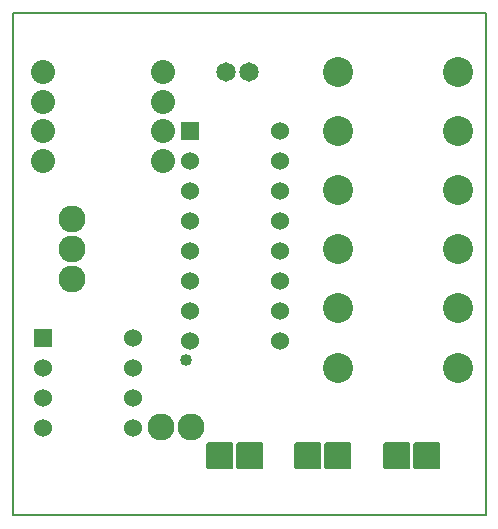
<source format=gbr>
G04 PROTEUS GERBER X2 FILE*
%TF.GenerationSoftware,Labcenter,Proteus,8.6-SP2-Build23525*%
%TF.CreationDate,2021-09-04T14:22:35+00:00*%
%TF.FileFunction,Soldermask,Bot*%
%TF.FilePolarity,Negative*%
%TF.Part,Single*%
%FSLAX45Y45*%
%MOMM*%
G01*
%TA.AperFunction,Material*%
%ADD21C,1.016000*%
%TA.AperFunction,Material*%
%ADD22C,1.651000*%
%ADD23C,2.032000*%
%TA.AperFunction,Material*%
%ADD24C,2.286000*%
%AMPPAD017*
4,1,36,
0.762000,0.635000,
0.762000,-0.635000,
0.759470,-0.660970,
0.752200,-0.684980,
0.740650,-0.706580,
0.725290,-0.725290,
0.706570,-0.740650,
0.684980,-0.752200,
0.660970,-0.759470,
0.635000,-0.762000,
-0.635000,-0.762000,
-0.660970,-0.759470,
-0.684980,-0.752200,
-0.706570,-0.740650,
-0.725290,-0.725290,
-0.740650,-0.706580,
-0.752200,-0.684980,
-0.759470,-0.660970,
-0.762000,-0.635000,
-0.762000,0.635000,
-0.759470,0.660970,
-0.752200,0.684980,
-0.740650,0.706580,
-0.725290,0.725290,
-0.706570,0.740650,
-0.684980,0.752200,
-0.660970,0.759470,
-0.635000,0.762000,
0.635000,0.762000,
0.660970,0.759470,
0.684980,0.752200,
0.706570,0.740650,
0.725290,0.725290,
0.740650,0.706580,
0.752200,0.684980,
0.759470,0.660970,
0.762000,0.635000,
0*%
%TA.AperFunction,Material*%
%ADD25PPAD017*%
%ADD26C,1.524000*%
%TA.AperFunction,Material*%
%ADD27C,2.540000*%
%AMPPAD020*
4,1,36,
-1.016000,1.143000,
1.016000,1.143000,
1.041970,1.140470,
1.065980,1.133200,
1.087580,1.121650,
1.106290,1.106290,
1.121650,1.087570,
1.133200,1.065980,
1.140470,1.041970,
1.143000,1.016000,
1.143000,-1.016000,
1.140470,-1.041970,
1.133200,-1.065980,
1.121650,-1.087570,
1.106290,-1.106290,
1.087580,-1.121650,
1.065980,-1.133200,
1.041970,-1.140470,
1.016000,-1.143000,
-1.016000,-1.143000,
-1.041970,-1.140470,
-1.065980,-1.133200,
-1.087580,-1.121650,
-1.106290,-1.106290,
-1.121650,-1.087570,
-1.133200,-1.065980,
-1.140470,-1.041970,
-1.143000,-1.016000,
-1.143000,1.016000,
-1.140470,1.041970,
-1.133200,1.065980,
-1.121650,1.087570,
-1.106290,1.106290,
-1.087580,1.121650,
-1.065980,1.133200,
-1.041970,1.140470,
-1.016000,1.143000,
0*%
%ADD28PPAD020*%
%TA.AperFunction,Profile*%
%ADD19C,0.203200*%
%TD.AperFunction*%
D21*
X-2540000Y+63500D03*
D22*
X-2200000Y+2500000D03*
X-2000000Y+2500000D03*
D23*
X-3750000Y+2500000D03*
X-2734000Y+2500000D03*
X-3750000Y+2250000D03*
X-2734000Y+2250000D03*
X-3750000Y+2000000D03*
X-2734000Y+2000000D03*
X-3750000Y+1750000D03*
X-2734000Y+1750000D03*
D24*
X-3500000Y+750000D03*
X-3500000Y+1004000D03*
X-3500000Y+1258000D03*
D25*
X-2500000Y+2000000D03*
D26*
X-2500000Y+1746000D03*
X-2500000Y+1492000D03*
X-2500000Y+1238000D03*
X-2500000Y+984000D03*
X-2500000Y+730000D03*
X-2500000Y+476000D03*
X-2500000Y+222000D03*
X-1738000Y+222000D03*
X-1738000Y+476000D03*
X-1738000Y+730000D03*
X-1738000Y+984000D03*
X-1738000Y+1238000D03*
X-1738000Y+1492000D03*
X-1738000Y+1746000D03*
X-1738000Y+2000000D03*
D25*
X-3750000Y+250000D03*
D26*
X-3750000Y-4000D03*
X-3750000Y-258000D03*
X-3750000Y-512000D03*
X-2988000Y-512000D03*
X-2988000Y-258000D03*
X-2988000Y-4000D03*
X-2988000Y+250000D03*
D27*
X-234000Y+2500000D03*
X-1250000Y+2500000D03*
X-234000Y+2000000D03*
X-1250000Y+2000000D03*
X-234000Y+1500000D03*
X-1250000Y+1500000D03*
X-234000Y+1000000D03*
X-1250000Y+1000000D03*
X-234000Y+500000D03*
X-1250000Y+500000D03*
X-234000Y+0D03*
X-1250000Y+0D03*
D24*
X-2750000Y-500000D03*
X-2496000Y-500000D03*
D28*
X-2250000Y-750000D03*
X-1996000Y-750000D03*
X-1500000Y-750000D03*
X-1246000Y-750000D03*
X-750000Y-750000D03*
X-496000Y-750000D03*
D19*
X-4000000Y+3000000D02*
X-4000000Y-1250000D01*
X+0Y-1250000D01*
X+0Y+3000000D01*
X-4000000Y+3000000D02*
X+0Y+3000000D01*
M02*

</source>
